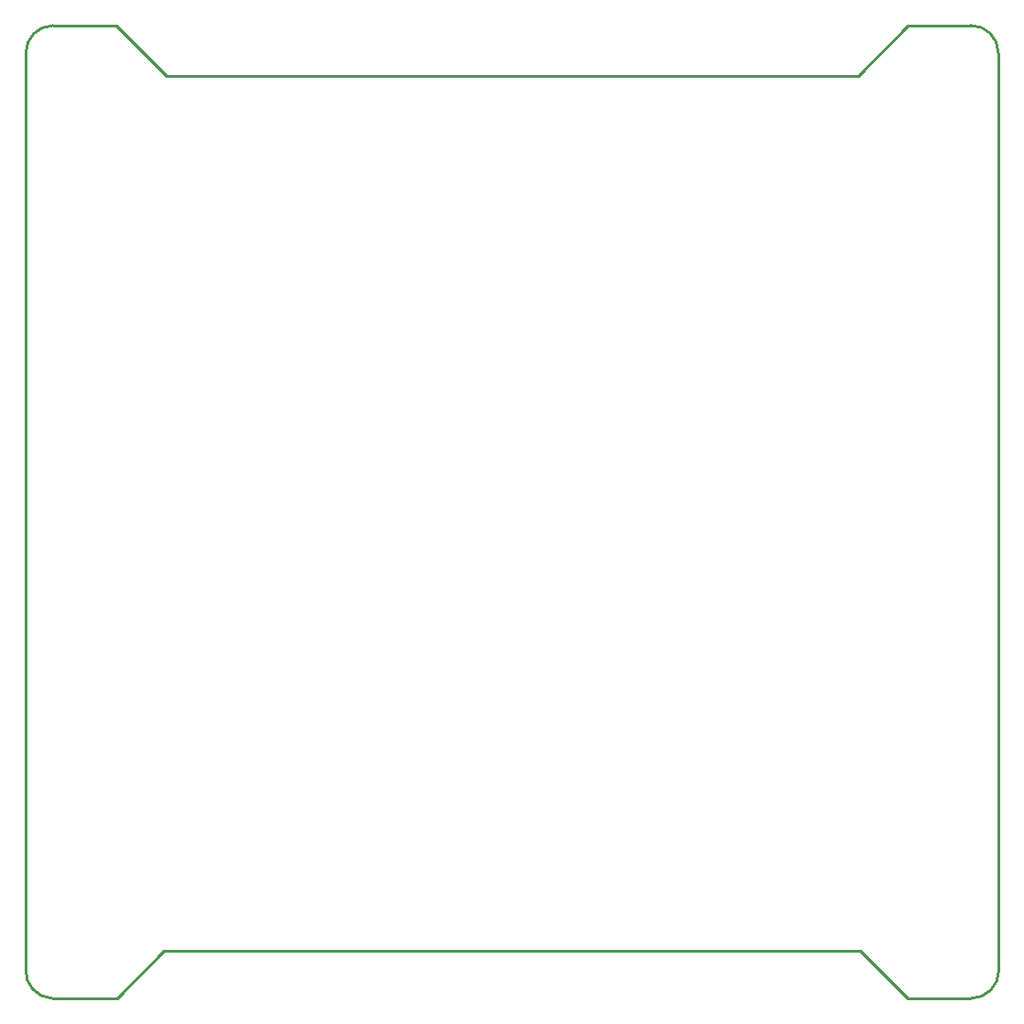
<source format=gm1>
G04*
G04 #@! TF.GenerationSoftware,Altium Limited,Altium Designer,21.6.1 (37)*
G04*
G04 Layer_Color=16711935*
%FSLAX42Y42*%
%MOMM*%
G71*
G04*
G04 #@! TF.SameCoordinates,C9D71314-30D1-4B66-A3B6-C5492FB532D2*
G04*
G04*
G04 #@! TF.FilePolarity,Positive*
G04*
G01*
G75*
%ADD12C,0.25*%
D12*
X622Y-252D02*
G03*
X367Y0I-254J-1D01*
G01*
X372Y-9000D02*
G03*
X624Y-8745I-1J254D01*
G01*
X-8124Y0D02*
G03*
X-8377Y-254I1J-254D01*
G01*
X-8377Y-8733D02*
G03*
X-8136Y-9000I254J-13D01*
G01*
X624Y-252D02*
X624Y-8745D01*
X-208Y-0D02*
X367D01*
X-8123Y-0D02*
X-7542D01*
X-218Y-9000D02*
X372D01*
X-655Y-8563D02*
X-218Y-9000D01*
X-7542Y-0D02*
X-7076Y-466D01*
X-676D02*
X-213Y-3D01*
X-7097Y-8563D02*
X-655D01*
X-8377Y-254D02*
X-8377Y-7179D01*
Y-8733D02*
Y-7179D01*
X-8136Y-9000D02*
X-7534D01*
X-7097Y-8563D01*
X-7076Y-466D02*
X-676D01*
M02*

</source>
